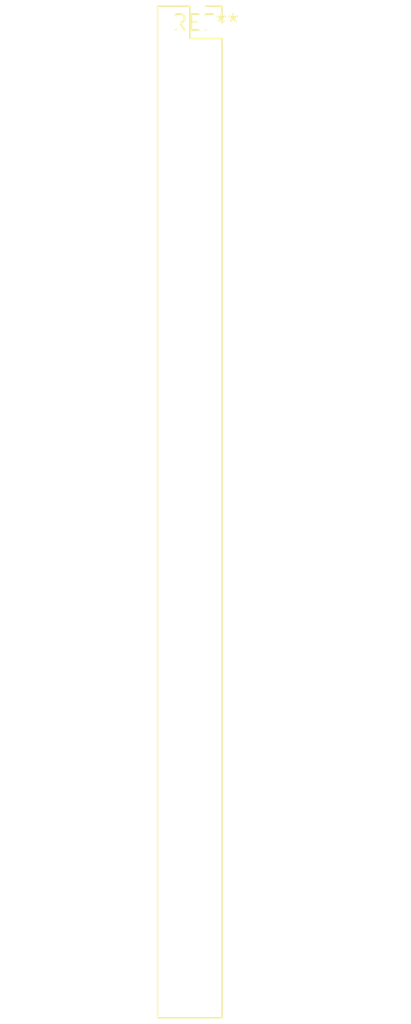
<source format=kicad_pcb>
(kicad_pcb (version 20240108) (generator pcbnew)
  (layers (0 "F.Cu" signal) (31 "B.Cu" signal) (34 "B.Paste" user) (35 "F.Paste" user) (36 "B.SilkS" user "B.Silkscreen") (37 "F.SilkS" user "F.Silkscreen") (38 "B.Mask" user) (39 "F.Mask" user) (44 "Edge.Cuts" user))
  (net 0 "")
  (footprint "PinSocket_2x32_P2.54mm_Vertical" (layer "F.Cu") (at 0 0)
    (property "Reference" "REF**")
    (property "Value" "PinSocket_2x32_P2.54mm_Vertical")
    (fp_line (start -3.87 -1.33) (end -3.87 80.07) (layer "F.SilkS") (stroke (width 0.12)))
    (fp_line (start -3.87 -1.33) (end -1.27 -1.33) (layer "F.SilkS") (stroke (width 0.12)))
    (fp_line (start -3.87 80.07) (end 1.33 80.07) (layer "F.SilkS") (stroke (width 0.12)))
    (fp_line (start -1.27 -1.33) (end -1.27 1.27) (layer "F.SilkS") (stroke (width 0.12)))
    (fp_line (start -1.27 1.27) (end 1.33 1.27) (layer "F.SilkS") (stroke (width 0.12)))
    (fp_line (start 0 -1.33) (end 1.33 -1.33) (layer "F.SilkS") (stroke (width 0.12)))
    (fp_line (start 1.33 -1.33) (end 1.33 0) (layer "F.SilkS") (stroke (width 0.12)))
    (fp_line (start 1.33 1.27) (end 1.33 80.07) (layer "F.SilkS") (stroke (width 0.12)))
    (pad "1" thru_hole rect (at 0 0) (size 1.7 1.7) (drill 1) (layers *.Cu *.Mask) (remove_unused_layers))
    (pad "2" thru_hole oval (at -2.54 0) (size 1.7 1.7) (drill 1) (layers *.Cu *.Mask) (remove_unused_layers))
    (pad "3" thru_hole oval (at 0 2.54) (size 1.7 1.7) (drill 1) (layers *.Cu *.Mask) (remove_unused_layers))
    (pad "4" thru_hole oval (at -2.54 2.54) (size 1.7 1.7) (drill 1) (layers *.Cu *.Mask) (remove_unused_layers))
    (pad "5" thru_hole oval (at 0 5.08) (size 1.7 1.7) (drill 1) (layers *.Cu *.Mask) (remove_unused_layers))
    (pad "6" thru_hole oval (at -2.54 5.08) (size 1.7 1.7) (drill 1) (layers *.Cu *.Mask) (remove_unused_layers))
    (pad "7" thru_hole oval (at 0 7.62) (size 1.7 1.7) (drill 1) (layers *.Cu *.Mask) (remove_unused_layers))
    (pad "8" thru_hole oval (at -2.54 7.62) (size 1.7 1.7) (drill 1) (layers *.Cu *.Mask) (remove_unused_layers))
    (pad "9" thru_hole oval (at 0 10.16) (size 1.7 1.7) (drill 1) (layers *.Cu *.Mask) (remove_unused_layers))
    (pad "10" thru_hole oval (at -2.54 10.16) (size 1.7 1.7) (drill 1) (layers *.Cu *.Mask) (remove_unused_layers))
    (pad "11" thru_hole oval (at 0 12.7) (size 1.7 1.7) (drill 1) (layers *.Cu *.Mask) (remove_unused_layers))
    (pad "12" thru_hole oval (at -2.54 12.7) (size 1.7 1.7) (drill 1) (layers *.Cu *.Mask) (remove_unused_layers))
    (pad "13" thru_hole oval (at 0 15.24) (size 1.7 1.7) (drill 1) (layers *.Cu *.Mask) (remove_unused_layers))
    (pad "14" thru_hole oval (at -2.54 15.24) (size 1.7 1.7) (drill 1) (layers *.Cu *.Mask) (remove_unused_layers))
    (pad "15" thru_hole oval (at 0 17.78) (size 1.7 1.7) (drill 1) (layers *.Cu *.Mask) (remove_unused_layers))
    (pad "16" thru_hole oval (at -2.54 17.78) (size 1.7 1.7) (drill 1) (layers *.Cu *.Mask) (remove_unused_layers))
    (pad "17" thru_hole oval (at 0 20.32) (size 1.7 1.7) (drill 1) (layers *.Cu *.Mask) (remove_unused_layers))
    (pad "18" thru_hole oval (at -2.54 20.32) (size 1.7 1.7) (drill 1) (layers *.Cu *.Mask) (remove_unused_layers))
    (pad "19" thru_hole oval (at 0 22.86) (size 1.7 1.7) (drill 1) (layers *.Cu *.Mask) (remove_unused_layers))
    (pad "20" thru_hole oval (at -2.54 22.86) (size 1.7 1.7) (drill 1) (layers *.Cu *.Mask) (remove_unused_layers))
    (pad "21" thru_hole oval (at 0 25.4) (size 1.7 1.7) (drill 1) (layers *.Cu *.Mask) (remove_unused_layers))
    (pad "22" thru_hole oval (at -2.54 25.4) (size 1.7 1.7) (drill 1) (layers *.Cu *.Mask) (remove_unused_layers))
    (pad "23" thru_hole oval (at 0 27.94) (size 1.7 1.7) (drill 1) (layers *.Cu *.Mask) (remove_unused_layers))
    (pad "24" thru_hole oval (at -2.54 27.94) (size 1.7 1.7) (drill 1) (layers *.Cu *.Mask) (remove_unused_layers))
    (pad "25" thru_hole oval (at 0 30.48) (size 1.7 1.7) (drill 1) (layers *.Cu *.Mask) (remove_unused_layers))
    (pad "26" thru_hole oval (at -2.54 30.48) (size 1.7 1.7) (drill 1) (layers *.Cu *.Mask) (remove_unused_layers))
    (pad "27" thru_hole oval (at 0 33.02) (size 1.7 1.7) (drill 1) (layers *.Cu *.Mask) (remove_unused_layers))
    (pad "28" thru_hole oval (at -2.54 33.02) (size 1.7 1.7) (drill 1) (layers *.Cu *.Mask) (remove_unused_layers))
    (pad "29" thru_hole oval (at 0 35.56) (size 1.7 1.7) (drill 1) (layers *.Cu *.Mask) (remove_unused_layers))
    (pad "30" thru_hole oval (at -2.54 35.56) (size 1.7 1.7) (drill 1) (layers *.Cu *.Mask) (remove_unused_layers))
    (pad "31" thru_hole oval (at 0 38.1) (size 1.7 1.7) (drill 1) (layers *.Cu *.Mask) (remove_unused_layers))
    (pad "32" thru_hole oval (at -2.54 38.1) (size 1.7 1.7) (drill 1) (layers *.Cu *.Mask) (remove_unused_layers))
    (pad "33" thru_hole oval (at 0 40.64) (size 1.7 1.7) (drill 1) (layers *.Cu *.Mask) (remove_unused_layers))
    (pad "34" thru_hole oval (at -2.54 40.64) (size 1.7 1.7) (drill 1) (layers *.Cu *.Mask) (remove_unused_layers))
    (pad "35" thru_hole oval (at 0 43.18) (size 1.7 1.7) (drill 1) (layers *.Cu *.Mask) (remove_unused_layers))
    (pad "36" thru_hole oval (at -2.54 43.18) (size 1.7 1.7) (drill 1) (layers *.Cu *.Mask) (remove_unused_layers))
    (pad "37" thru_hole oval (at 0 45.72) (size 1.7 1.7) (drill 1) (layers *.Cu *.Mask) (remove_unused_layers))
    (pad "38" thru_hole oval (at -2.54 45.72) (size 1.7 1.7) (drill 1) (layers *.Cu *.Mask) (remove_unused_layers))
    (pad "39" thru_hole oval (at 0 48.26) (size 1.7 1.7) (drill 1) (layers *.Cu *.Mask) (remove_unused_layers))
    (pad "40" thru_hole oval (at -2.54 48.26) (size 1.7 1.7) (drill 1) (layers *.Cu *.Mask) (remove_unused_layers))
    (pad "41" thru_hole oval (at 0 50.8) (size 1.7 1.7) (drill 1) (layers *.Cu *.Mask) (remove_unused_layers))
    (pad "42" thru_hole oval (at -2.54 50.8) (size 1.7 1.7) (drill 1) (layers *.Cu *.Mask) (remove_unused_layers))
    (pad "43" thru_hole oval (at 0 53.34) (size 1.7 1.7) (drill 1) (layers *.Cu *.Mask) (remove_unused_layers))
    (pad "44" thru_hole oval (at -2.54 53.34) (size 1.7 1.7) (drill 1) (layers *.Cu *.Mask) (remove_unused_layers))
    (pad "45" thru_hole oval (at 0 55.88) (size 1.7 1.7) (drill 1) (layers *.Cu *.Mask) (remove_unused_layers))
    (pad "46" thru_hole oval (at -2.54 55.88) (size 1.7 1.7) (drill 1) (layers *.Cu *.Mask) (remove_unused_layers))
    (pad "47" thru_hole oval (at 0 58.42) (size 1.7 1.7) (drill 1) (layers *.Cu *.Mask) (remove_unused_layers))
    (pad "48" thru_hole oval (at -2.54 58.42) (size 1.7 1.7) (drill 1) (layers *.Cu *.Mask) (remove_unused_layers))
    (pad "49" thru_hole oval (at 0 60.96) (size 1.7 1.7) (drill 1) (layers *.Cu *.Mask) (remove_unused_layers))
    (pad "50" thru_hole oval (at -2.54 60.96) (size 1.7 1.7) (drill 1) (layers *.Cu *.Mask) (remove_unused_layers))
    (pad "51" thru_hole oval (at 0 63.5) (size 1.7 1.7) (drill 1) (layers *.Cu *.Mask) (remove_unused_layers))
    (pad "52" thru_hole oval (at -2.54 63.5) (size 1.7 1.7) (drill 1) (layers *.Cu *.Mask) (remove_unused_layers))
    (pad "53" thru_hole oval (at 0 66.04) (size 1.7 1.7) (drill 1) (layers *.Cu *.Mask) (remove_unused_layers))
    (pad "54" thru_hole oval (at -2.54 66.04) (size 1.7 1.7) (drill 1) (layers *.Cu *.Mask) (remove_unused_layers))
    (pad "55" thru_hole oval (at 0 68.58) (size 1.7 1.7) (drill 1) (layers *.Cu *.Mask) (remove_unused_layers))
    (pad "56" thru_hole oval (at -2.54 68.58) (size 1.7 1.7) (drill 1) (layers *.Cu *.Mask) (remove_unused_layers))
    (pad "57" thru_hole oval (at 0 71.12) (size 1.7 1.7) (drill 1) (layers *.Cu *.Mask) (remove_unused_layers))
    (pad "58" thru_hole oval (at -2.54 71.12) (size 1.7 1.7) (drill 1) (layers *.Cu *.Mask) (remove_unused_layers))
    (pad "59" thru_hole oval (at 0 73.66) (size 1.7 1.7) (drill 1) (layers *.Cu *.Mask) (remove_unused_layers))
    (pad "60" thru_hole oval (at -2.54 73.66) (size 1.7 1.7) (drill 1) (layers *.Cu *.Mask) (remove_unused_layers))
    (pad "61" thru_hole oval (at 0 76.2) (size 1.7 1.7) (drill 1) (layers *.Cu *.Mask) (remove_unused_layers))
    (pad "62" thru_hole oval (at -2.54 76.2) (size 1.7 1.7) (drill 1) (layers *.Cu *.Mask) (remove_unused_layers))
    (pad "63" thru_hole oval (at 0 78.74) (size 1.7 1.7) (drill 1) (layers *.Cu *.Mask) (remove_unused_layers))
    (pad "64" thru_hole oval (at -2.54 78.74) (size 1.7 1.7) (drill 1) (layers *.Cu *.Mask) (remove_unused_layers))
  )
)
</source>
